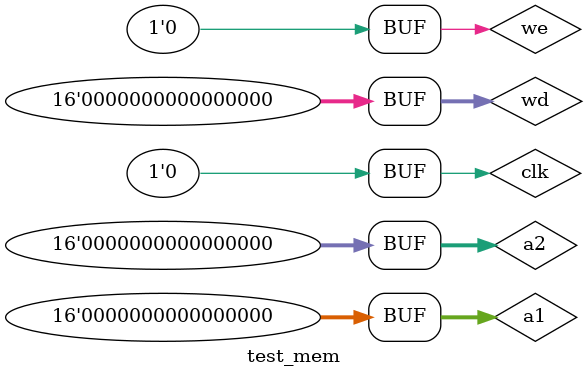
<source format=sv>
`timescale 1 ns / 1 ns
module test_mem();


	parameter WIDTH = 16;
	parameter INSTRUCTIONWIDTH = 24;
	logic clk, we;
	logic [WIDTH-1:0] a1, a2, wd;
	logic [INSTRUCTIONWIDTH-1:0] rd1;
	logic [WIDTH-1:0] rd2;
	
	mem #(WIDTH, INSTRUCTIONWIDTH) mem
  (clk, we,
	a1, a2, wd,
	rd1,
	rd2);
		
	initial 
	begin
	
		we = 0;
	   a1 = 0;
		a2 = 0;
		wd = 0;
		
	   clk = 0;		
		#10;
	   clk = 1;
		#10;
	   clk = 0;
		#10;
	   clk = 1;
		#10;
	   clk = 0;
		#10;
	   clk = 1;
		#10;
	   clk = 1;
		#10;
	   clk = 0;
		#10;
	   clk = 1;
		#10;
	   clk = 0;
	end
	
endmodule 
</source>
